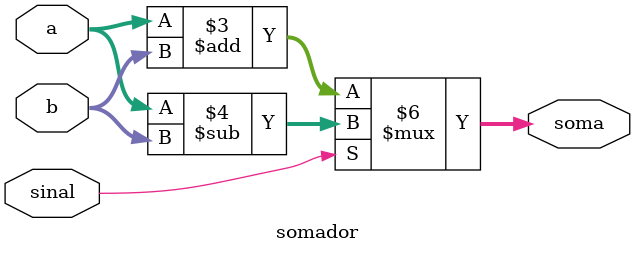
<source format=v>
module somador(a,b,sinal,soma);

    input [7:0] a;
    input [7:0] b;
    input sinal;
    output reg [8:0] soma;

    always @(a,b) begin
        if (sinal == 1'b0) begin
            soma = a + b;
        end  
        else begin
            soma <= a - b;
        end
    end

endmodule
</source>
